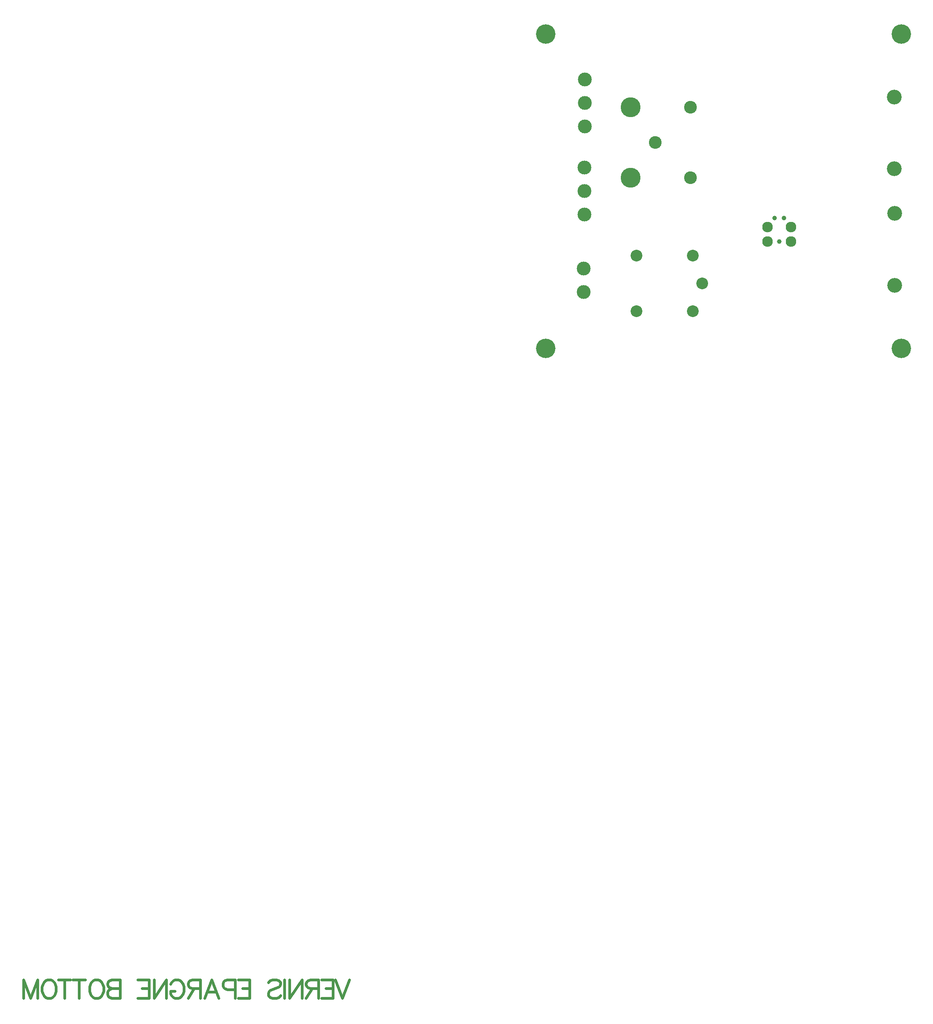
<source format=gbs>
%FSLAX25Y25*%
%MOIN*%
G70*
G01*
G75*
G04 Layer_Color=7307173*
%ADD10C,0.03937*%
%ADD11R,0.25000X0.02992*%
%ADD12R,0.03500X0.05000*%
%ADD13R,0.05910X0.03030*%
%ADD14R,0.11024X0.20276*%
%ADD15R,0.05000X0.03500*%
%ADD16R,0.03000X0.04000*%
%ADD17R,0.03543X0.13583*%
%ADD18C,0.03100*%
%ADD19R,0.04000X0.02854*%
%ADD20R,0.08465X0.02362*%
%ADD21R,0.04724X0.12992*%
%ADD22R,0.11023X0.05000*%
%ADD23R,0.08465X0.09449*%
%ADD24R,0.09449X0.08465*%
%ADD25R,0.08661X0.05000*%
%ADD26R,0.05000X0.08661*%
%ADD27R,0.03030X0.05910*%
%ADD28R,0.08000X0.06000*%
%ADD29R,0.08000X0.15000*%
%ADD30R,0.10236X0.03150*%
%ADD31R,0.06000X0.02500*%
%ADD32C,0.01000*%
%ADD33C,0.01500*%
%ADD34C,0.01181*%
%ADD35C,0.02756*%
%ADD36C,0.01969*%
%ADD37C,0.15748*%
%ADD38C,0.09843*%
%ADD39C,0.11811*%
%ADD40C,0.03937*%
%ADD41C,0.01575*%
%ADD42C,0.02362*%
%ADD43C,0.13780*%
%ADD44C,0.19685*%
%ADD45C,0.12598*%
%ADD46C,0.16000*%
%ADD47C,0.09843*%
%ADD48C,0.11811*%
%ADD49C,0.09055*%
%ADD50C,0.03900*%
%ADD51C,0.16533*%
%ADD52C,0.10000*%
%ADD53C,0.05000*%
%ADD54R,0.16000X0.13000*%
%ADD55R,0.16892X0.02319*%
%ADD56R,0.21000X0.17000*%
%ADD57R,0.31000X0.17000*%
%ADD58R,0.09194X0.12806*%
%ADD59R,0.12000X0.12890*%
%ADD60C,0.00984*%
%ADD61C,0.00787*%
%ADD62C,0.00787*%
%ADD63C,0.11811*%
%ADD64C,0.17000*%
%ADD65C,0.10842*%
D42*
X-318738Y-671505D02*
X-324736Y-687250D01*
X-330734Y-671505D02*
X-324736Y-687250D01*
X-342505Y-671505D02*
X-332758D01*
Y-687250D01*
X-342505D01*
X-332758Y-679003D02*
X-338756D01*
X-345129Y-671505D02*
Y-687250D01*
Y-671505D02*
X-351876D01*
X-354126Y-672255D01*
X-354875Y-673005D01*
X-355625Y-674504D01*
Y-676004D01*
X-354875Y-677503D01*
X-354126Y-678253D01*
X-351876Y-679003D01*
X-345129D01*
X-350377D02*
X-355625Y-687250D01*
X-359149Y-671505D02*
Y-687250D01*
Y-671505D02*
X-369646Y-687250D01*
Y-671505D02*
Y-687250D01*
X-373994Y-671505D02*
Y-687250D01*
X-387789Y-673754D02*
X-386290Y-672255D01*
X-384041Y-671505D01*
X-381042D01*
X-378792Y-672255D01*
X-377293Y-673754D01*
Y-675254D01*
X-378043Y-676753D01*
X-378792Y-677503D01*
X-380292Y-678253D01*
X-384790Y-679752D01*
X-386290Y-680502D01*
X-387040Y-681252D01*
X-387789Y-682751D01*
Y-685001D01*
X-386290Y-686500D01*
X-384041Y-687250D01*
X-381042D01*
X-378792Y-686500D01*
X-377293Y-685001D01*
X-413431Y-671505D02*
X-403684D01*
Y-687250D01*
X-413431D01*
X-403684Y-679003D02*
X-409682D01*
X-416055Y-679752D02*
X-422802D01*
X-425052Y-679003D01*
X-425802Y-678253D01*
X-426551Y-676753D01*
Y-674504D01*
X-425802Y-673005D01*
X-425052Y-672255D01*
X-422802Y-671505D01*
X-416055D01*
Y-687250D01*
X-442071D02*
X-436073Y-671505D01*
X-430075Y-687250D01*
X-432324Y-682002D02*
X-439822D01*
X-445745Y-671505D02*
Y-687250D01*
Y-671505D02*
X-452492D01*
X-454742Y-672255D01*
X-455491Y-673005D01*
X-456241Y-674504D01*
Y-676004D01*
X-455491Y-677503D01*
X-454742Y-678253D01*
X-452492Y-679003D01*
X-445745D01*
X-450993D02*
X-456241Y-687250D01*
X-471011Y-675254D02*
X-470261Y-673754D01*
X-468762Y-672255D01*
X-467262Y-671505D01*
X-464263D01*
X-462764Y-672255D01*
X-461264Y-673754D01*
X-460515Y-675254D01*
X-459765Y-677503D01*
Y-681252D01*
X-460515Y-683501D01*
X-461264Y-685001D01*
X-462764Y-686500D01*
X-464263Y-687250D01*
X-467262D01*
X-468762Y-686500D01*
X-470261Y-685001D01*
X-471011Y-683501D01*
Y-681252D01*
X-467262D02*
X-471011D01*
X-474610Y-671505D02*
Y-687250D01*
Y-671505D02*
X-485106Y-687250D01*
Y-671505D02*
Y-687250D01*
X-499201Y-671505D02*
X-489455D01*
Y-687250D01*
X-499201D01*
X-489455Y-679003D02*
X-495453D01*
X-514196Y-671505D02*
Y-687250D01*
Y-671505D02*
X-520944D01*
X-523193Y-672255D01*
X-523943Y-673005D01*
X-524693Y-674504D01*
Y-676004D01*
X-523943Y-677503D01*
X-523193Y-678253D01*
X-520944Y-679003D01*
X-514196D02*
X-520944D01*
X-523193Y-679752D01*
X-523943Y-680502D01*
X-524693Y-682002D01*
Y-684251D01*
X-523943Y-685750D01*
X-523193Y-686500D01*
X-520944Y-687250D01*
X-514196D01*
X-532715Y-671505D02*
X-531216Y-672255D01*
X-529716Y-673754D01*
X-528966Y-675254D01*
X-528217Y-677503D01*
Y-681252D01*
X-528966Y-683501D01*
X-529716Y-685001D01*
X-531216Y-686500D01*
X-532715Y-687250D01*
X-535714D01*
X-537214Y-686500D01*
X-538713Y-685001D01*
X-539463Y-683501D01*
X-540213Y-681252D01*
Y-677503D01*
X-539463Y-675254D01*
X-538713Y-673754D01*
X-537214Y-672255D01*
X-535714Y-671505D01*
X-532715D01*
X-549135D02*
Y-687250D01*
X-543886Y-671505D02*
X-554383D01*
X-561505D02*
Y-687250D01*
X-556257Y-671505D02*
X-566754D01*
X-573126D02*
X-571627Y-672255D01*
X-570127Y-673754D01*
X-569378Y-675254D01*
X-568628Y-677503D01*
Y-681252D01*
X-569378Y-683501D01*
X-570127Y-685001D01*
X-571627Y-686500D01*
X-573126Y-687250D01*
X-576125D01*
X-577625Y-686500D01*
X-579124Y-685001D01*
X-579874Y-683501D01*
X-580624Y-681252D01*
Y-677503D01*
X-579874Y-675254D01*
X-579124Y-673754D01*
X-577625Y-672255D01*
X-576125Y-671505D01*
X-573126D01*
X-584298D02*
Y-687250D01*
Y-671505D02*
X-590296Y-687250D01*
X-596294Y-671505D02*
X-590296Y-687250D01*
X-596294Y-671505D02*
Y-687250D01*
D45*
X146000Y-19000D02*
D03*
Y-80181D02*
D03*
X145500Y19000D02*
D03*
Y80181D02*
D03*
D48*
X-118500Y20000D02*
D03*
Y0D02*
D03*
Y-20000D02*
D03*
X-118000Y55000D02*
D03*
Y75000D02*
D03*
Y95000D02*
D03*
X-119000Y-66000D02*
D03*
Y-86000D02*
D03*
D49*
X57500Y-30500D02*
D03*
X37500D02*
D03*
X57500Y-43000D02*
D03*
X37500D02*
D03*
D50*
X47500D02*
D03*
X43500Y-23000D02*
D03*
X51500D02*
D03*
D51*
X-151575Y133858D02*
D03*
X151575D02*
D03*
Y-133858D02*
D03*
X-151575D02*
D03*
D52*
X-25970Y-102244D02*
D03*
X-74000D02*
D03*
X-25970Y-55000D02*
D03*
X-74000D02*
D03*
X-18096Y-78622D02*
D03*
D64*
X-79000Y71500D02*
D03*
Y11500D02*
D03*
D65*
X-28053Y71393D02*
D03*
X-57947Y41500D02*
D03*
X-28053Y11607D02*
D03*
M02*

</source>
